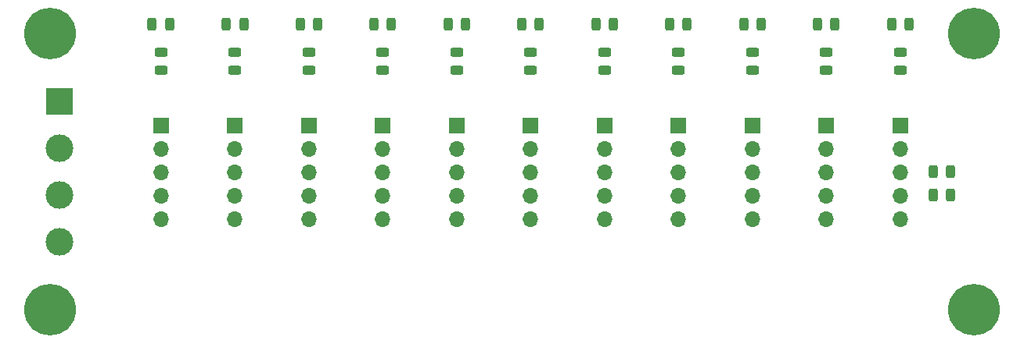
<source format=gbr>
G04 #@! TF.GenerationSoftware,KiCad,Pcbnew,7.0.6*
G04 #@! TF.CreationDate,2023-11-12T09:35:53+05:30*
G04 #@! TF.ProjectId,Common-Miner-Baseboard,436f6d6d-6f6e-42d4-9d69-6e65722d4261,rev?*
G04 #@! TF.SameCoordinates,Original*
G04 #@! TF.FileFunction,Soldermask,Top*
G04 #@! TF.FilePolarity,Negative*
%FSLAX46Y46*%
G04 Gerber Fmt 4.6, Leading zero omitted, Abs format (unit mm)*
G04 Created by KiCad (PCBNEW 7.0.6) date 2023-11-12 09:35:53*
%MOMM*%
%LPD*%
G01*
G04 APERTURE LIST*
G04 Aperture macros list*
%AMRoundRect*
0 Rectangle with rounded corners*
0 $1 Rounding radius*
0 $2 $3 $4 $5 $6 $7 $8 $9 X,Y pos of 4 corners*
0 Add a 4 corners polygon primitive as box body*
4,1,4,$2,$3,$4,$5,$6,$7,$8,$9,$2,$3,0*
0 Add four circle primitives for the rounded corners*
1,1,$1+$1,$2,$3*
1,1,$1+$1,$4,$5*
1,1,$1+$1,$6,$7*
1,1,$1+$1,$8,$9*
0 Add four rect primitives between the rounded corners*
20,1,$1+$1,$2,$3,$4,$5,0*
20,1,$1+$1,$4,$5,$6,$7,0*
20,1,$1+$1,$6,$7,$8,$9,0*
20,1,$1+$1,$8,$9,$2,$3,0*%
G04 Aperture macros list end*
%ADD10RoundRect,0.243750X-0.243750X-0.456250X0.243750X-0.456250X0.243750X0.456250X-0.243750X0.456250X0*%
%ADD11R,1.700000X1.700000*%
%ADD12O,1.700000X1.700000*%
%ADD13RoundRect,0.243750X-0.456250X0.243750X-0.456250X-0.243750X0.456250X-0.243750X0.456250X0.243750X0*%
%ADD14C,5.600000*%
%ADD15RoundRect,0.243750X0.243750X0.456250X-0.243750X0.456250X-0.243750X-0.456250X0.243750X-0.456250X0*%
%ADD16R,3.000000X3.000000*%
%ADD17C,3.000000*%
G04 APERTURE END LIST*
D10*
G04 #@! TO.C,D2*
X49062500Y-49000000D03*
X50937500Y-49000000D03*
G04 #@! TD*
G04 #@! TO.C,D3*
X57057500Y-49000000D03*
X58932500Y-49000000D03*
G04 #@! TD*
G04 #@! TO.C,D4*
X65057500Y-49000000D03*
X66932500Y-49000000D03*
G04 #@! TD*
G04 #@! TO.C,D5*
X73057500Y-49000000D03*
X74932500Y-49000000D03*
G04 #@! TD*
G04 #@! TO.C,D6*
X81057500Y-49000000D03*
X82932500Y-49000000D03*
G04 #@! TD*
G04 #@! TO.C,D7*
X89057500Y-49000000D03*
X90932500Y-49000000D03*
G04 #@! TD*
G04 #@! TO.C,D8*
X97057500Y-49000000D03*
X98932500Y-49000000D03*
G04 #@! TD*
G04 #@! TO.C,D9*
X105057500Y-49000000D03*
X106932500Y-49000000D03*
G04 #@! TD*
G04 #@! TO.C,D10*
X113057500Y-49000000D03*
X114932500Y-49000000D03*
G04 #@! TD*
G04 #@! TO.C,D11*
X121057500Y-49000000D03*
X122932500Y-49000000D03*
G04 #@! TD*
D11*
G04 #@! TO.C,J2*
X50000000Y-59950000D03*
D12*
X50000000Y-62490000D03*
X50000000Y-65030000D03*
X50000000Y-67570000D03*
X50000000Y-70110000D03*
G04 #@! TD*
D11*
G04 #@! TO.C,J3*
X58000000Y-59950000D03*
D12*
X58000000Y-62490000D03*
X58000000Y-65030000D03*
X58000000Y-67570000D03*
X58000000Y-70110000D03*
G04 #@! TD*
D11*
G04 #@! TO.C,J4*
X66000000Y-59950000D03*
D12*
X66000000Y-62490000D03*
X66000000Y-65030000D03*
X66000000Y-67570000D03*
X66000000Y-70110000D03*
G04 #@! TD*
D11*
G04 #@! TO.C,J5*
X74000000Y-59950000D03*
D12*
X74000000Y-62490000D03*
X74000000Y-65030000D03*
X74000000Y-67570000D03*
X74000000Y-70110000D03*
G04 #@! TD*
D11*
G04 #@! TO.C,J6*
X82000000Y-59950000D03*
D12*
X82000000Y-62490000D03*
X82000000Y-65030000D03*
X82000000Y-67570000D03*
X82000000Y-70110000D03*
G04 #@! TD*
D11*
G04 #@! TO.C,J7*
X90000000Y-59950000D03*
D12*
X90000000Y-62490000D03*
X90000000Y-65030000D03*
X90000000Y-67570000D03*
X90000000Y-70110000D03*
G04 #@! TD*
D11*
G04 #@! TO.C,J9*
X106000000Y-59950000D03*
D12*
X106000000Y-62490000D03*
X106000000Y-65030000D03*
X106000000Y-67570000D03*
X106000000Y-70110000D03*
G04 #@! TD*
D11*
G04 #@! TO.C,J10*
X114000000Y-59950000D03*
D12*
X114000000Y-62490000D03*
X114000000Y-65030000D03*
X114000000Y-67570000D03*
X114000000Y-70110000D03*
G04 #@! TD*
D11*
G04 #@! TO.C,J11*
X122000000Y-59950000D03*
D12*
X122000000Y-62490000D03*
X122000000Y-65030000D03*
X122000000Y-67570000D03*
X122000000Y-70110000D03*
G04 #@! TD*
D13*
G04 #@! TO.C,R1*
X41975000Y-52062500D03*
X41975000Y-53937500D03*
G04 #@! TD*
G04 #@! TO.C,R2*
X49975000Y-52062500D03*
X49975000Y-53937500D03*
G04 #@! TD*
G04 #@! TO.C,R3*
X57975000Y-52062500D03*
X57975000Y-53937500D03*
G04 #@! TD*
G04 #@! TO.C,R4*
X65975000Y-52062500D03*
X65975000Y-53937500D03*
G04 #@! TD*
G04 #@! TO.C,R5*
X73975000Y-52062500D03*
X73975000Y-53937500D03*
G04 #@! TD*
G04 #@! TO.C,R6*
X81975000Y-52062500D03*
X81975000Y-53937500D03*
G04 #@! TD*
G04 #@! TO.C,R7*
X89975000Y-52062500D03*
X89975000Y-53937500D03*
G04 #@! TD*
G04 #@! TO.C,R8*
X97975000Y-52062500D03*
X97975000Y-53937500D03*
G04 #@! TD*
G04 #@! TO.C,R9*
X105975000Y-52062500D03*
X105975000Y-53937500D03*
G04 #@! TD*
G04 #@! TO.C,R10*
X113975000Y-52062500D03*
X113975000Y-53937500D03*
G04 #@! TD*
G04 #@! TO.C,R11*
X121975000Y-52062500D03*
X121975000Y-53937500D03*
G04 #@! TD*
D11*
G04 #@! TO.C,J8*
X98000000Y-59950000D03*
D12*
X98000000Y-62490000D03*
X98000000Y-65030000D03*
X98000000Y-67570000D03*
X98000000Y-70110000D03*
G04 #@! TD*
D11*
G04 #@! TO.C,J1*
X42000000Y-59950000D03*
D12*
X42000000Y-62490000D03*
X42000000Y-65030000D03*
X42000000Y-67570000D03*
X42000000Y-70110000D03*
G04 #@! TD*
D14*
G04 #@! TO.C,REF\u002A\u002A*
X30000000Y-50000000D03*
G04 #@! TD*
G04 #@! TO.C,REF\u002A\u002A*
X130000000Y-50000000D03*
G04 #@! TD*
D15*
G04 #@! TO.C,R14*
X127437500Y-65000000D03*
X125562500Y-65000000D03*
G04 #@! TD*
G04 #@! TO.C,R15*
X127437500Y-67500000D03*
X125562500Y-67500000D03*
G04 #@! TD*
D10*
G04 #@! TO.C,D1*
X41017500Y-49000000D03*
X42892500Y-49000000D03*
G04 #@! TD*
D16*
G04 #@! TO.C,J12*
X31000000Y-57380000D03*
D17*
X31000000Y-62460000D03*
X31000000Y-67540000D03*
X31000000Y-72620000D03*
G04 #@! TD*
D14*
G04 #@! TO.C,REF\u002A\u002A*
X130000000Y-80000000D03*
G04 #@! TD*
G04 #@! TO.C,REF\u002A\u002A*
X30000000Y-80000000D03*
G04 #@! TD*
M02*

</source>
